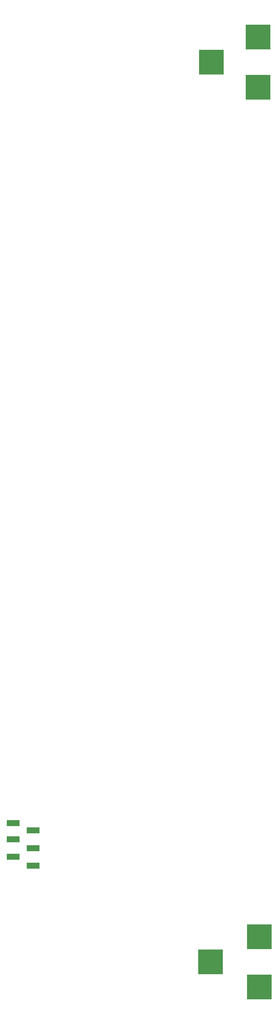
<source format=gtp>
G75*
G70*
%OFA0B0*%
%FSLAX24Y24*%
%IPPOS*%
%LPD*%
%AMOC8*
5,1,8,0,0,1.08239X$1,22.5*
%
%ADD10R,0.1969X0.1969*%
%ADD11R,0.1000X0.0500*%
D10*
X025219Y030337D03*
X029038Y028369D03*
X029038Y032306D03*
X028960Y098841D03*
X028960Y102778D03*
X025298Y100810D03*
D11*
X011282Y037877D03*
X011282Y039255D03*
X011282Y040633D03*
X009708Y041223D03*
X009708Y039944D03*
X009708Y038566D03*
M02*

</source>
